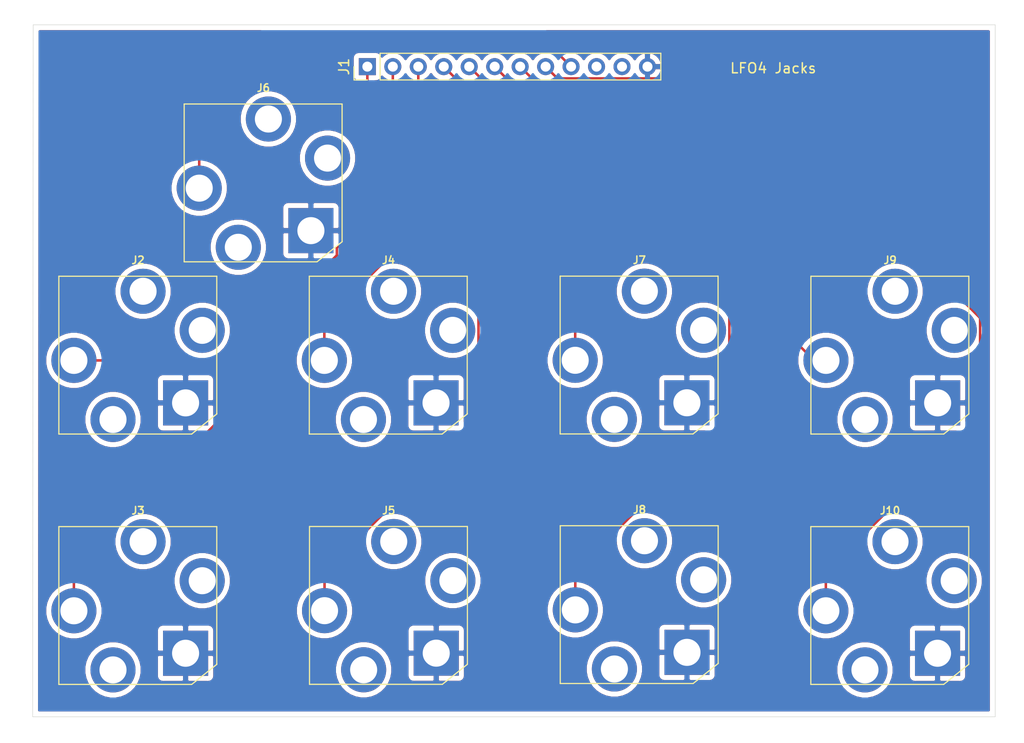
<source format=kicad_pcb>
(kicad_pcb (version 20171130) (host pcbnew "(5.1.9)-1")
  (layers (0 F.Cu signal) (31 B.Cu signal) (34 B.Paste user) (35 F.Paste user) (36 B.SilkS user) (37 F.SilkS user) (38 B.Mask user) (39 F.Mask user) (44 Edge.Cuts user))
  (net 0 "")
  (net 1 /Lfo1UniOut)
  (net 2 /Lfo1BiOut)
  (net 3 /Lfo2UniOut)
  (net 4 /Lfo2BiOut)
  (net 5 /Lfo3UniOut)
  (net 6 /Lfo3BiOut)
  (net 7 /Lfo4UniOut)
  (net 8 /Lfo4BiOut)
  (net 9 /cv1in)
  (net 10 "Net-(J1-Pad10)")
  (net 11 "Net-(J1-Pad11)")
  (net 12 GND)
  (module Connector_PinHeader_2.54mm:PinHeader_1x12_P2.54mm_Vertical (layer F.Cu) (at 49.3 17.88 90)
    (fp_text reference J1 (at 0 -2.33 90) (layer F.SilkS))
    (fp_text value Conn_01x12_Female)
    (fp_line (start -1.33 -1.33) (end 0 -1.33) (layer F.SilkS) (width 0.12))
    (fp_line (start -1.33 0) (end -1.33 -1.33) (layer F.SilkS) (width 0.12))
    (fp_line (start -1.33 1.27) (end 1.33 1.27) (layer F.SilkS) (width 0.12))
    (fp_line (start 1.33 1.27) (end 1.33 29.27) (layer F.SilkS) (width 0.12))
    (fp_line (start -1.33 1.27) (end -1.33 29.27) (layer F.SilkS) (width 0.12))
    (fp_line (start -1.33 29.27) (end 1.33 29.27) (layer F.SilkS) (width 0.12))
    (pad 1 thru_hole rect (at 0 0 90) (size 1.7 1.7) (drill 1) (layers *.Cu *.Mask) (net 1 /Lfo1UniOut))
    (pad 2 thru_hole oval (at 0 2.54 90) (size 1.7 1.7) (drill 1) (layers *.Cu *.Mask) (net 2 /Lfo1BiOut))
    (pad 3 thru_hole oval (at 0 5.08 90) (size 1.7 1.7) (drill 1) (layers *.Cu *.Mask) (net 3 /Lfo2UniOut))
    (pad 4 thru_hole oval (at 0 7.62 90) (size 1.7 1.7) (drill 1) (layers *.Cu *.Mask) (net 4 /Lfo2BiOut))
    (pad 5 thru_hole oval (at 0 10.16 90) (size 1.7 1.7) (drill 1) (layers *.Cu *.Mask) (net 5 /Lfo3UniOut))
    (pad 6 thru_hole oval (at 0 12.7 90) (size 1.7 1.7) (drill 1) (layers *.Cu *.Mask) (net 6 /Lfo3BiOut))
    (pad 7 thru_hole oval (at 0 15.24 90) (size 1.7 1.7) (drill 1) (layers *.Cu *.Mask) (net 7 /Lfo4UniOut))
    (pad 8 thru_hole oval (at 0 17.78 90) (size 1.7 1.7) (drill 1) (layers *.Cu *.Mask) (net 8 /Lfo4BiOut))
    (pad 9 thru_hole oval (at 0 20.32 90) (size 1.7 1.7) (drill 1) (layers *.Cu *.Mask) (net 9 /cv1in))
    (pad 10 thru_hole oval (at 0 22.86 90) (size 1.7 1.7) (drill 1) (layers *.Cu *.Mask) (net 10 "Net-(J1-Pad10)"))
    (pad 11 thru_hole oval (at 0 25.4 90) (size 1.7 1.7) (drill 1) (layers *.Cu *.Mask) (net 11 "Net-(J1-Pad11)"))
    (pad 12 thru_hole oval (at 0 27.94 90) (size 1.7 1.7) (drill 1) (layers *.Cu *.Mask) (net 12 GND))
  )
  (module ao_tht:Jack_6.35mm_PJ_629HAN (layer F.Cu) (at 26.43 46.7)
    (fp_text reference J2 (at 0 -9.5) (layer F.SilkS) (effects (font (size 0.75 0.75))))
    (fp_text value AudioJack2)
    (fp_line (start 5.35 7.85) (end -7.9 7.85) (layer F.SilkS) (width 0.12))
    (fp_line (start 7.85 -7.9) (end 7.85 5.8) (layer F.SilkS) (width 0.12))
    (fp_line (start 7.85 5.8) (end 7.85 5.85) (layer F.SilkS) (width 0.12))
    (fp_line (start -7.9 -7.9) (end 7.85 -7.9) (layer F.SilkS) (width 0.12))
    (fp_line (start -7.9 7.85) (end -7.9 -7.9) (layer F.SilkS) (width 0.12))
    (fp_line (start 7.85 5.85) (end 5.35 7.85) (layer F.SilkS) (width 0.12))
    (pad T thru_hole circle (at -6.4 0.5) (size 4.5 4.5) (drill 2.7) (layers *.Cu *.Mask) (net 1 /Lfo1UniOut))
    (pad S thru_hole rect (at 4.74 4.74) (size 4.500001 4.500001) (drill 2.7) (layers *.Cu *.Mask) (net 12 GND))
    (pad R thru_hole circle (at 0.5 -6.4) (size 4.500001 4.500001) (drill 2.7) (layers *.Cu *.Mask))
    (pad TN thru_hole circle (at -2.5 6.4) (size 4.5 4.5) (drill 2.7) (layers *.Cu *.Mask))
    (pad RN thru_hole circle (at 6.4 -2.5) (size 4.500001 4.500001) (drill 2.7) (layers *.Cu *.Mask))
  )
  (module ao_tht:Jack_6.35mm_PJ_629HAN (layer F.Cu) (at 26.43 71.69)
    (fp_text reference J3 (at 0 -9.5) (layer F.SilkS) (effects (font (size 0.75 0.75))))
    (fp_text value AudioJack2)
    (fp_line (start 7.85 5.85) (end 5.35 7.85) (layer F.SilkS) (width 0.12))
    (fp_line (start -7.9 7.85) (end -7.9 -7.9) (layer F.SilkS) (width 0.12))
    (fp_line (start -7.9 -7.9) (end 7.85 -7.9) (layer F.SilkS) (width 0.12))
    (fp_line (start 7.85 5.8) (end 7.85 5.85) (layer F.SilkS) (width 0.12))
    (fp_line (start 7.85 -7.9) (end 7.85 5.8) (layer F.SilkS) (width 0.12))
    (fp_line (start 5.35 7.85) (end -7.9 7.85) (layer F.SilkS) (width 0.12))
    (pad RN thru_hole circle (at 6.4 -2.5) (size 4.500001 4.500001) (drill 2.7) (layers *.Cu *.Mask))
    (pad TN thru_hole circle (at -2.5 6.4) (size 4.5 4.5) (drill 2.7) (layers *.Cu *.Mask))
    (pad R thru_hole circle (at 0.5 -6.4) (size 4.500001 4.500001) (drill 2.7) (layers *.Cu *.Mask))
    (pad S thru_hole rect (at 4.74 4.74) (size 4.500001 4.500001) (drill 2.7) (layers *.Cu *.Mask) (net 12 GND))
    (pad T thru_hole circle (at -6.4 0.5) (size 4.5 4.5) (drill 2.7) (layers *.Cu *.Mask) (net 2 /Lfo1BiOut))
  )
  (module ao_tht:Jack_6.35mm_PJ_629HAN (layer F.Cu) (at 51.41 46.7)
    (fp_text reference J4 (at 0 -9.5) (layer F.SilkS) (effects (font (size 0.75 0.75))))
    (fp_text value AudioJack2)
    (fp_line (start 5.35 7.85) (end -7.9 7.85) (layer F.SilkS) (width 0.12))
    (fp_line (start 7.85 -7.9) (end 7.85 5.8) (layer F.SilkS) (width 0.12))
    (fp_line (start 7.85 5.8) (end 7.85 5.85) (layer F.SilkS) (width 0.12))
    (fp_line (start -7.9 -7.9) (end 7.85 -7.9) (layer F.SilkS) (width 0.12))
    (fp_line (start -7.9 7.85) (end -7.9 -7.9) (layer F.SilkS) (width 0.12))
    (fp_line (start 7.85 5.85) (end 5.35 7.85) (layer F.SilkS) (width 0.12))
    (pad T thru_hole circle (at -6.4 0.5) (size 4.5 4.5) (drill 2.7) (layers *.Cu *.Mask) (net 3 /Lfo2UniOut))
    (pad S thru_hole rect (at 4.74 4.74) (size 4.500001 4.500001) (drill 2.7) (layers *.Cu *.Mask) (net 12 GND))
    (pad R thru_hole circle (at 0.5 -6.4) (size 4.500001 4.500001) (drill 2.7) (layers *.Cu *.Mask))
    (pad TN thru_hole circle (at -2.5 6.4) (size 4.5 4.5) (drill 2.7) (layers *.Cu *.Mask))
    (pad RN thru_hole circle (at 6.4 -2.5) (size 4.500001 4.500001) (drill 2.7) (layers *.Cu *.Mask))
  )
  (module ao_tht:Jack_6.35mm_PJ_629HAN (layer F.Cu) (at 51.43 71.68)
    (fp_text reference J5 (at 0 -9.5) (layer F.SilkS) (effects (font (size 0.75 0.75))))
    (fp_text value AudioJack2)
    (fp_line (start 7.85 5.85) (end 5.35 7.85) (layer F.SilkS) (width 0.12))
    (fp_line (start -7.9 7.85) (end -7.9 -7.9) (layer F.SilkS) (width 0.12))
    (fp_line (start -7.9 -7.9) (end 7.85 -7.9) (layer F.SilkS) (width 0.12))
    (fp_line (start 7.85 5.8) (end 7.85 5.85) (layer F.SilkS) (width 0.12))
    (fp_line (start 7.85 -7.9) (end 7.85 5.8) (layer F.SilkS) (width 0.12))
    (fp_line (start 5.35 7.85) (end -7.9 7.85) (layer F.SilkS) (width 0.12))
    (pad RN thru_hole circle (at 6.4 -2.5) (size 4.500001 4.500001) (drill 2.7) (layers *.Cu *.Mask))
    (pad TN thru_hole circle (at -2.5 6.4) (size 4.5 4.5) (drill 2.7) (layers *.Cu *.Mask))
    (pad R thru_hole circle (at 0.5 -6.4) (size 4.500001 4.500001) (drill 2.7) (layers *.Cu *.Mask))
    (pad S thru_hole rect (at 4.74 4.74) (size 4.500001 4.500001) (drill 2.7) (layers *.Cu *.Mask) (net 12 GND))
    (pad T thru_hole circle (at -6.4 0.5) (size 4.5 4.5) (drill 2.7) (layers *.Cu *.Mask) (net 4 /Lfo2BiOut))
  )
  (module ao_tht:Jack_6.35mm_PJ_629HAN (layer F.Cu) (at 38.93 29.51)
    (fp_text reference J6 (at 0 -9.5) (layer F.SilkS) (effects (font (size 0.75 0.75))))
    (fp_text value AudioJack2)
    (fp_line (start 5.35 7.85) (end -7.9 7.85) (layer F.SilkS) (width 0.12))
    (fp_line (start 7.85 -7.9) (end 7.85 5.8) (layer F.SilkS) (width 0.12))
    (fp_line (start 7.85 5.8) (end 7.85 5.85) (layer F.SilkS) (width 0.12))
    (fp_line (start -7.9 -7.9) (end 7.85 -7.9) (layer F.SilkS) (width 0.12))
    (fp_line (start -7.9 7.85) (end -7.9 -7.9) (layer F.SilkS) (width 0.12))
    (fp_line (start 7.85 5.85) (end 5.35 7.85) (layer F.SilkS) (width 0.12))
    (pad T thru_hole circle (at -6.4 0.5) (size 4.5 4.5) (drill 2.7) (layers *.Cu *.Mask) (net 9 /cv1in))
    (pad S thru_hole rect (at 4.74 4.74) (size 4.500001 4.500001) (drill 2.7) (layers *.Cu *.Mask) (net 12 GND))
    (pad R thru_hole circle (at 0.5 -6.4) (size 4.500001 4.500001) (drill 2.7) (layers *.Cu *.Mask))
    (pad TN thru_hole circle (at -2.5 6.4) (size 4.5 4.5) (drill 2.7) (layers *.Cu *.Mask))
    (pad RN thru_hole circle (at 6.4 -2.5) (size 4.500001 4.500001) (drill 2.7) (layers *.Cu *.Mask))
  )
  (module ao_tht:Jack_6.35mm_PJ_629HAN (layer F.Cu) (at 76.43 46.69)
    (fp_text reference J7 (at 0 -9.5) (layer F.SilkS) (effects (font (size 0.75 0.75))))
    (fp_text value AudioJack2)
    (fp_line (start 5.35 7.85) (end -7.9 7.85) (layer F.SilkS) (width 0.12))
    (fp_line (start 7.85 -7.9) (end 7.85 5.8) (layer F.SilkS) (width 0.12))
    (fp_line (start 7.85 5.8) (end 7.85 5.85) (layer F.SilkS) (width 0.12))
    (fp_line (start -7.9 -7.9) (end 7.85 -7.9) (layer F.SilkS) (width 0.12))
    (fp_line (start -7.9 7.85) (end -7.9 -7.9) (layer F.SilkS) (width 0.12))
    (fp_line (start 7.85 5.85) (end 5.35 7.85) (layer F.SilkS) (width 0.12))
    (pad T thru_hole circle (at -6.4 0.5) (size 4.5 4.5) (drill 2.7) (layers *.Cu *.Mask) (net 5 /Lfo3UniOut))
    (pad S thru_hole rect (at 4.74 4.74) (size 4.500001 4.500001) (drill 2.7) (layers *.Cu *.Mask) (net 12 GND))
    (pad R thru_hole circle (at 0.5 -6.4) (size 4.500001 4.500001) (drill 2.7) (layers *.Cu *.Mask))
    (pad TN thru_hole circle (at -2.5 6.4) (size 4.5 4.5) (drill 2.7) (layers *.Cu *.Mask))
    (pad RN thru_hole circle (at 6.4 -2.5) (size 4.500001 4.500001) (drill 2.7) (layers *.Cu *.Mask))
  )
  (module ao_tht:Jack_6.35mm_PJ_629HAN (layer F.Cu) (at 76.44 71.6)
    (fp_text reference J8 (at 0 -9.5) (layer F.SilkS) (effects (font (size 0.75 0.75))))
    (fp_text value AudioJack2)
    (fp_line (start 7.85 5.85) (end 5.35 7.85) (layer F.SilkS) (width 0.12))
    (fp_line (start -7.9 7.85) (end -7.9 -7.9) (layer F.SilkS) (width 0.12))
    (fp_line (start -7.9 -7.9) (end 7.85 -7.9) (layer F.SilkS) (width 0.12))
    (fp_line (start 7.85 5.8) (end 7.85 5.85) (layer F.SilkS) (width 0.12))
    (fp_line (start 7.85 -7.9) (end 7.85 5.8) (layer F.SilkS) (width 0.12))
    (fp_line (start 5.35 7.85) (end -7.9 7.85) (layer F.SilkS) (width 0.12))
    (pad RN thru_hole circle (at 6.4 -2.5) (size 4.500001 4.500001) (drill 2.7) (layers *.Cu *.Mask))
    (pad TN thru_hole circle (at -2.5 6.4) (size 4.5 4.5) (drill 2.7) (layers *.Cu *.Mask))
    (pad R thru_hole circle (at 0.5 -6.4) (size 4.500001 4.500001) (drill 2.7) (layers *.Cu *.Mask))
    (pad S thru_hole rect (at 4.74 4.74) (size 4.500001 4.500001) (drill 2.7) (layers *.Cu *.Mask) (net 12 GND))
    (pad T thru_hole circle (at -6.4 0.5) (size 4.5 4.5) (drill 2.7) (layers *.Cu *.Mask) (net 6 /Lfo3BiOut))
  )
  (module ao_tht:Jack_6.35mm_PJ_629HAN (layer F.Cu) (at 101.44 46.7)
    (fp_text reference J9 (at 0 -9.5) (layer F.SilkS) (effects (font (size 0.75 0.75))))
    (fp_text value AudioJack2)
    (fp_line (start 5.35 7.85) (end -7.9 7.85) (layer F.SilkS) (width 0.12))
    (fp_line (start 7.85 -7.9) (end 7.85 5.8) (layer F.SilkS) (width 0.12))
    (fp_line (start 7.85 5.8) (end 7.85 5.85) (layer F.SilkS) (width 0.12))
    (fp_line (start -7.9 -7.9) (end 7.85 -7.9) (layer F.SilkS) (width 0.12))
    (fp_line (start -7.9 7.85) (end -7.9 -7.9) (layer F.SilkS) (width 0.12))
    (fp_line (start 7.85 5.85) (end 5.35 7.85) (layer F.SilkS) (width 0.12))
    (pad T thru_hole circle (at -6.4 0.5) (size 4.5 4.5) (drill 2.7) (layers *.Cu *.Mask) (net 7 /Lfo4UniOut))
    (pad S thru_hole rect (at 4.74 4.74) (size 4.500001 4.500001) (drill 2.7) (layers *.Cu *.Mask) (net 12 GND))
    (pad R thru_hole circle (at 0.5 -6.4) (size 4.500001 4.500001) (drill 2.7) (layers *.Cu *.Mask))
    (pad TN thru_hole circle (at -2.5 6.4) (size 4.5 4.5) (drill 2.7) (layers *.Cu *.Mask))
    (pad RN thru_hole circle (at 6.4 -2.5) (size 4.500001 4.500001) (drill 2.7) (layers *.Cu *.Mask))
  )
  (module ao_tht:Jack_6.35mm_PJ_629HAN (layer F.Cu) (at 101.43 71.69)
    (fp_text reference J10 (at 0 -9.5) (layer F.SilkS) (effects (font (size 0.75 0.75))))
    (fp_text value AudioJack2)
    (fp_line (start 7.85 5.85) (end 5.35 7.85) (layer F.SilkS) (width 0.12))
    (fp_line (start -7.9 7.85) (end -7.9 -7.9) (layer F.SilkS) (width 0.12))
    (fp_line (start -7.9 -7.9) (end 7.85 -7.9) (layer F.SilkS) (width 0.12))
    (fp_line (start 7.85 5.8) (end 7.85 5.85) (layer F.SilkS) (width 0.12))
    (fp_line (start 7.85 -7.9) (end 7.85 5.8) (layer F.SilkS) (width 0.12))
    (fp_line (start 5.35 7.85) (end -7.9 7.85) (layer F.SilkS) (width 0.12))
    (pad RN thru_hole circle (at 6.4 -2.5) (size 4.500001 4.500001) (drill 2.7) (layers *.Cu *.Mask))
    (pad TN thru_hole circle (at -2.5 6.4) (size 4.5 4.5) (drill 2.7) (layers *.Cu *.Mask))
    (pad R thru_hole circle (at 0.5 -6.4) (size 4.500001 4.500001) (drill 2.7) (layers *.Cu *.Mask))
    (pad S thru_hole rect (at 4.74 4.74) (size 4.500001 4.500001) (drill 2.7) (layers *.Cu *.Mask) (net 12 GND))
    (pad T thru_hole circle (at -6.4 0.5) (size 4.5 4.5) (drill 2.7) (layers *.Cu *.Mask) (net 8 /Lfo4BiOut))
  )
  (gr_line (start 15.92 82.77) (end 15.97 13.71) (layer Edge.Cuts) (width 0.05))
  (gr_line (start 111.92 82.77) (end 15.92 82.77) (layer Edge.Cuts) (width 0.05))
  (gr_line (start 111.92 13.71) (end 111.92 82.77) (layer Edge.Cuts) (width 0.05))
  (gr_line (start 15.97 13.71) (end 111.92 13.71) (layer Edge.Cuts) (width 0.05))
  (gr_text "LFO4 Jacks\n" (at 89.78 18.04) (layer F.SilkS) (effects (font (size 1 1))))
  (segment (start 46.259989 35.9536) (end 49.3 32.913589) (width 0.25) (layer F.Cu) (net 1))
  (segment (start 35.763589 47.2) (end 46.259989 36.7036) (width 0.25) (layer F.Cu) (net 1))
  (segment (start 46.259989 36.7036) (end 46.259989 35.9536) (width 0.25) (layer F.Cu) (net 1))
  (segment (start 49.3 32.913589) (end 49.3 17.88) (width 0.25) (layer F.Cu) (net 1))
  (segment (start 20.03 47.2) (end 35.763589 47.2) (width 0.25) (layer F.Cu) (net 1))
  (segment (start 20.03 67.665004) (end 51.84 35.855004) (width 0.25) (layer F.Cu) (net 2))
  (segment (start 20.03 72.19) (end 20.03 67.665004) (width 0.25) (layer F.Cu) (net 2))
  (segment (start 51.84 35.855004) (end 51.84 17.88) (width 0.25) (layer F.Cu) (net 2))
  (segment (start 45.01 47.2) (end 45.01 43.321415) (width 0.25) (layer F.Cu) (net 3))
  (segment (start 45.01 43.321415) (end 54.38 33.951415) (width 0.25) (layer F.Cu) (net 3))
  (segment (start 54.38 33.951415) (end 54.38 17.88) (width 0.25) (layer F.Cu) (net 3))
  (segment (start 60.385001 21.345001) (end 56.92 17.88) (width 0.25) (layer F.Cu) (net 4))
  (segment (start 60.385001 53.013997) (end 60.385001 21.345001) (width 0.25) (layer F.Cu) (net 4))
  (segment (start 45.03 68.368998) (end 60.385001 53.013997) (width 0.25) (layer F.Cu) (net 4))
  (segment (start 45.03 72.18) (end 45.03 68.368998) (width 0.25) (layer F.Cu) (net 4))
  (segment (start 70.03 47.19) (end 70.03 28.45) (width 0.25) (layer F.Cu) (net 5))
  (segment (start 70.03 28.45) (end 59.46 17.88) (width 0.25) (layer F.Cu) (net 5))
  (segment (start 85.405001 41.285001) (end 62 17.88) (width 0.25) (layer F.Cu) (net 6))
  (segment (start 85.405001 52.923997) (end 85.405001 41.285001) (width 0.25) (layer F.Cu) (net 6))
  (segment (start 70.04 68.288998) (end 85.405001 52.923997) (width 0.25) (layer F.Cu) (net 6))
  (segment (start 70.04 72.1) (end 70.04 68.288998) (width 0.25) (layer F.Cu) (net 6))
  (segment (start 93.86 47.2) (end 64.54 17.88) (width 0.25) (layer F.Cu) (net 7))
  (segment (start 95.04 47.2) (end 93.86 47.2) (width 0.25) (layer F.Cu) (net 7))
  (segment (start 68.255001 19.055001) (end 67.08 17.88) (width 0.25) (layer F.Cu) (net 8))
  (segment (start 86.506003 19.055001) (end 68.255001 19.055001) (width 0.25) (layer F.Cu) (net 8))
  (segment (start 110.415001 42.963999) (end 86.506003 19.055001) (width 0.25) (layer F.Cu) (net 8))
  (segment (start 110.415001 52.993997) (end 110.415001 42.963999) (width 0.25) (layer F.Cu) (net 8))
  (segment (start 95.03 68.378998) (end 110.415001 52.993997) (width 0.25) (layer F.Cu) (net 8))
  (segment (start 95.03 72.19) (end 95.03 68.378998) (width 0.25) (layer F.Cu) (net 8))
  (segment (start 32.53 30.01) (end 32.53 21.57) (width 0.25) (layer F.Cu) (net 9))
  (segment (start 32.53 21.57) (end 39.68 14.42) (width 0.25) (layer F.Cu) (net 9))
  (segment (start 66.16 14.42) (end 69.62 17.88) (width 0.25) (layer F.Cu) (net 9))
  (segment (start 39.68 14.42) (end 66.16 14.42) (width 0.25) (layer F.Cu) (net 9))
  (zone (net 12) (net_name GND) (layer F.Cu) (connect_pads (clearance 0.508)) (min_thickness 0.254) (fill yes (arc_segments 32) (thermal_gap 0.508) (thermal_bridge_width 0.508))
    (polygon (pts (xy 12.78 11.35) (xy 114.8 11.35) (xy 114.8 85.38) (xy 12.78 85.38) (xy 12.78 11.35) (xy 12.66 11.35) (xy 12.78 11.23)))
  )
  (zone (net 12) (net_name GND) (layer B.Cu) (connect_pads (clearance 0.508)) (min_thickness 0.254) (fill yes (arc_segments 32) (thermal_gap 0.508) (thermal_bridge_width 0.508))
    (polygon (pts (xy 114.22 84.58) (xy 12.75 84.58) (xy 13.52 12) (xy 114.22 12)))
  )
)
</source>
